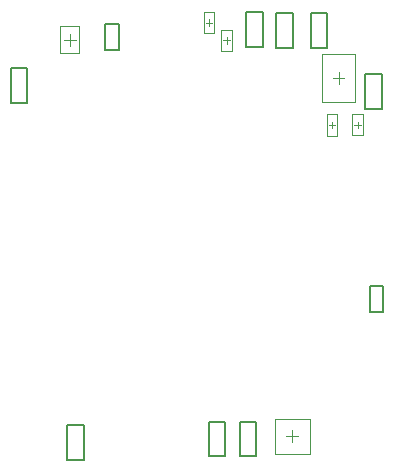
<source format=gbr>
%TF.GenerationSoftware,Altium Limited,Altium Designer,21.2.0 (30)*%
G04 Layer_Color=16711935*
%FSLAX45Y45*%
%MOMM*%
%TF.SameCoordinates,6E67B6D2-48A1-4C3A-8D5B-8FB38F647B41*%
%TF.FilePolarity,Positive*%
%TF.FileFunction,Other,Bottom_Courtyard*%
%TF.Part,Single*%
G01*
G75*
%TA.AperFunction,NonConductor*%
%ADD34C,0.20000*%
%ADD64C,0.05000*%
%ADD65C,0.10000*%
D34*
X3209393Y3104394D02*
X3350607D01*
X3209393D02*
Y3395607D01*
X3350607D01*
Y3104394D02*
Y3395607D01*
X2201717Y3630068D02*
X2342930D01*
X2201717D02*
Y3921281D01*
X2342930D01*
Y3630068D02*
Y3921281D01*
X1012500Y3600000D02*
Y3820000D01*
Y3600000D02*
X1127500D01*
Y3820000D01*
X1012500D02*
X1127500D01*
X3254394Y1382427D02*
X3364393D01*
X3254394D02*
Y1603640D01*
X3364393D01*
Y1382427D02*
Y1603640D01*
X2149393Y164393D02*
Y455606D01*
Y164393D02*
X2290607D01*
Y455606D01*
X2149393D02*
X2290607D01*
X689393Y134393D02*
Y425606D01*
Y134393D02*
X830607D01*
Y425606D01*
X689393D02*
X830607D01*
X209393Y3445607D02*
X350607D01*
Y3154393D02*
Y3445607D01*
X209393Y3154393D02*
X350607D01*
X209393D02*
Y3445607D01*
X1887855Y455606D02*
X2029068D01*
Y164393D02*
Y455606D01*
X1887855Y164393D02*
X2029068D01*
X1887855D02*
Y455606D01*
X2601063Y3622524D02*
Y3913737D01*
X2459850D02*
X2601063D01*
X2459850Y3622524D02*
Y3913737D01*
Y3622524D02*
X2601063D01*
X2892784D02*
Y3913737D01*
X2751571D02*
X2892784D01*
X2751571Y3622524D02*
Y3913737D01*
Y3622524D02*
X2892784D01*
D64*
X1934175Y3743040D02*
Y3923040D01*
X1844175Y3743040D02*
Y3923040D01*
Y3743040D02*
X1934175D01*
X1844175Y3923040D02*
X1934175D01*
X2083096Y3592672D02*
Y3772672D01*
X1993096Y3592672D02*
Y3772672D01*
Y3592672D02*
X2083096D01*
X1993096Y3772672D02*
X2083096D01*
X630000Y3572500D02*
X790000D01*
X630000Y3807500D02*
X790000D01*
X630000Y3572500D02*
Y3807500D01*
X790000Y3572500D02*
Y3807500D01*
X2977051Y2878157D02*
Y3058157D01*
X2887051Y2878157D02*
Y3058157D01*
Y2878157D02*
X2977051D01*
X2887051Y3058157D02*
X2977051D01*
X3102118Y2879021D02*
Y3059021D01*
X3192118Y2879021D02*
Y3059021D01*
X3102118D02*
X3192118D01*
X3102118Y2879021D02*
X3192118D01*
X2744115Y180983D02*
Y480983D01*
X2444115Y180983D02*
Y480983D01*
Y180983D02*
X2744115D01*
X2444115Y480983D02*
X2744115D01*
D65*
X2936651Y3362980D02*
X3036651D01*
X2986651Y3312979D02*
Y3412979D01*
X3126651Y3157979D02*
Y3567979D01*
X2846651Y3157979D02*
Y3567979D01*
Y3157979D02*
X3126651D01*
X2846651Y3567979D02*
X3126651D01*
X1861675Y3833040D02*
X1916675D01*
X1889175Y3805540D02*
Y3860540D01*
X2010596Y3682672D02*
X2065596D01*
X2038097Y3655172D02*
Y3710172D01*
X710000Y3640000D02*
Y3740000D01*
X660000Y3690000D02*
X760000D01*
X2904551Y2968157D02*
X2959551D01*
X2932051Y2940657D02*
Y2995657D01*
X3119618Y2969021D02*
X3174618D01*
X3147118Y2941521D02*
Y2996521D01*
X2544115Y330983D02*
X2644115D01*
X2594115Y280983D02*
Y380983D01*
%TF.MD5,7418ec8aef246debc6dd1d7ed1c4f452*%
M02*

</source>
